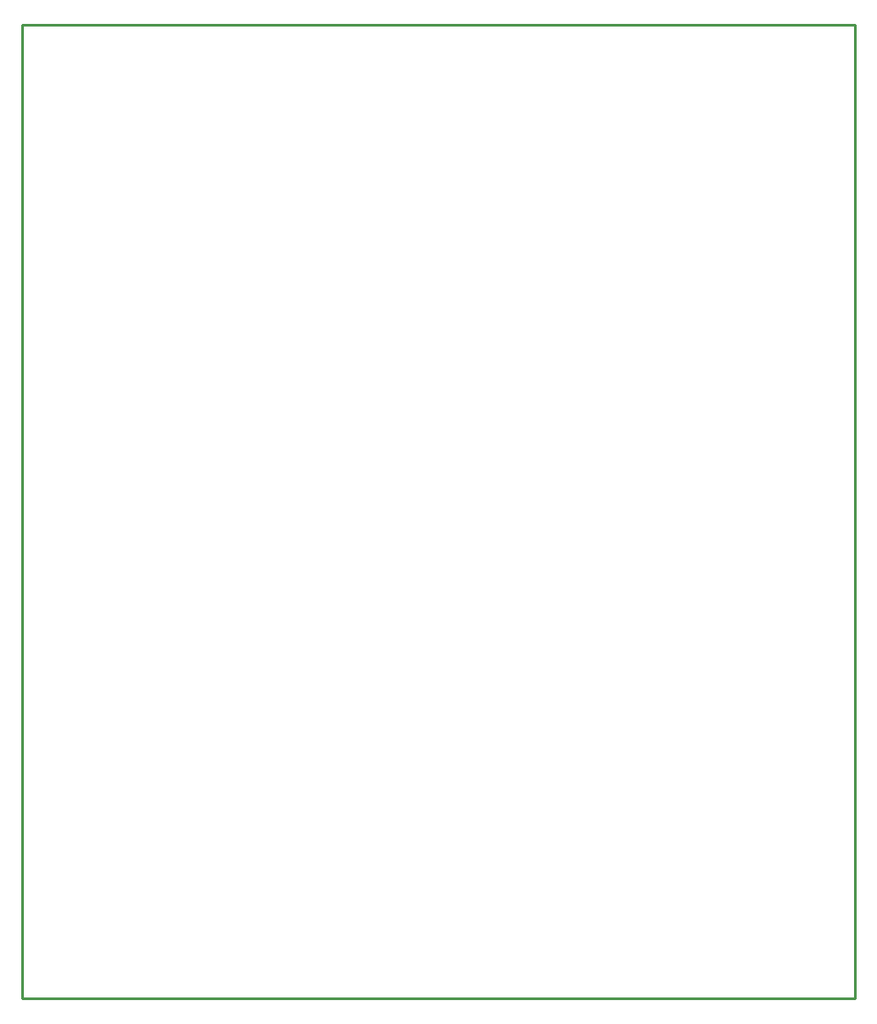
<source format=gko>
%FSLAX25Y25*%
%MOIN*%
G70*
G01*
G75*
G04 Layer_Color=16711935*
%ADD10C,0.02000*%
%ADD11C,0.02500*%
%ADD12C,0.01000*%
%ADD13C,0.05906*%
%ADD14R,0.05906X0.05906*%
%ADD15R,0.04724X0.04724*%
%ADD16C,0.04724*%
%ADD17C,0.05512*%
%ADD18C,0.05315*%
%ADD19R,0.05315X0.05315*%
%ADD20R,0.05906X0.05906*%
%ADD21C,0.06299*%
%ADD22R,0.06299X0.06299*%
%ADD23C,0.06299*%
%ADD24R,0.05906X0.05906*%
%ADD25C,0.05906*%
%ADD26R,0.05906X0.05906*%
G04:AMPARAMS|DCode=27|XSize=160mil|YSize=160mil|CornerRadius=40mil|HoleSize=0mil|Usage=FLASHONLY|Rotation=0.000|XOffset=0mil|YOffset=0mil|HoleType=Round|Shape=RoundedRectangle|*
%AMROUNDEDRECTD27*
21,1,0.16000,0.08000,0,0,0.0*
21,1,0.08000,0.16000,0,0,0.0*
1,1,0.08000,0.04000,-0.04000*
1,1,0.08000,-0.04000,-0.04000*
1,1,0.08000,-0.04000,0.04000*
1,1,0.08000,0.04000,0.04000*
%
%ADD27ROUNDEDRECTD27*%
%ADD28C,0.05000*%
%ADD29C,0.00787*%
%ADD30C,0.00500*%
%ADD31C,0.00984*%
%ADD32C,0.02362*%
%ADD33C,0.00591*%
%ADD34C,0.00800*%
%ADD35C,0.06706*%
%ADD36R,0.06706X0.06706*%
%ADD37R,0.05524X0.05524*%
%ADD38C,0.05524*%
%ADD39C,0.06312*%
%ADD40C,0.06115*%
%ADD41R,0.06115X0.06115*%
%ADD42R,0.06706X0.06706*%
%ADD43C,0.07099*%
%ADD44R,0.07099X0.07099*%
%ADD45C,0.07099*%
%ADD46R,0.06706X0.06706*%
%ADD47C,0.06706*%
%ADD48R,0.06706X0.06706*%
G04:AMPARAMS|DCode=49|XSize=168mil|YSize=168mil|CornerRadius=44mil|HoleSize=0mil|Usage=FLASHONLY|Rotation=0.000|XOffset=0mil|YOffset=0mil|HoleType=Round|Shape=RoundedRectangle|*
%AMROUNDEDRECTD49*
21,1,0.16800,0.08000,0,0,0.0*
21,1,0.08000,0.16800,0,0,0.0*
1,1,0.08800,0.04000,-0.04000*
1,1,0.08800,-0.04000,-0.04000*
1,1,0.08800,-0.04000,0.04000*
1,1,0.08800,0.04000,0.04000*
%
%ADD49ROUNDEDRECTD49*%
%ADD50C,0.05800*%
%ADD51C,0.00394*%
D12*
X140000Y182500D02*
Y366500D01*
X454000Y0D02*
Y366500D01*
X447500Y0D02*
X454000D01*
X140000Y366500D02*
X454000D01*
X140000Y0D02*
Y182500D01*
Y0D02*
X447500D01*
M02*

</source>
